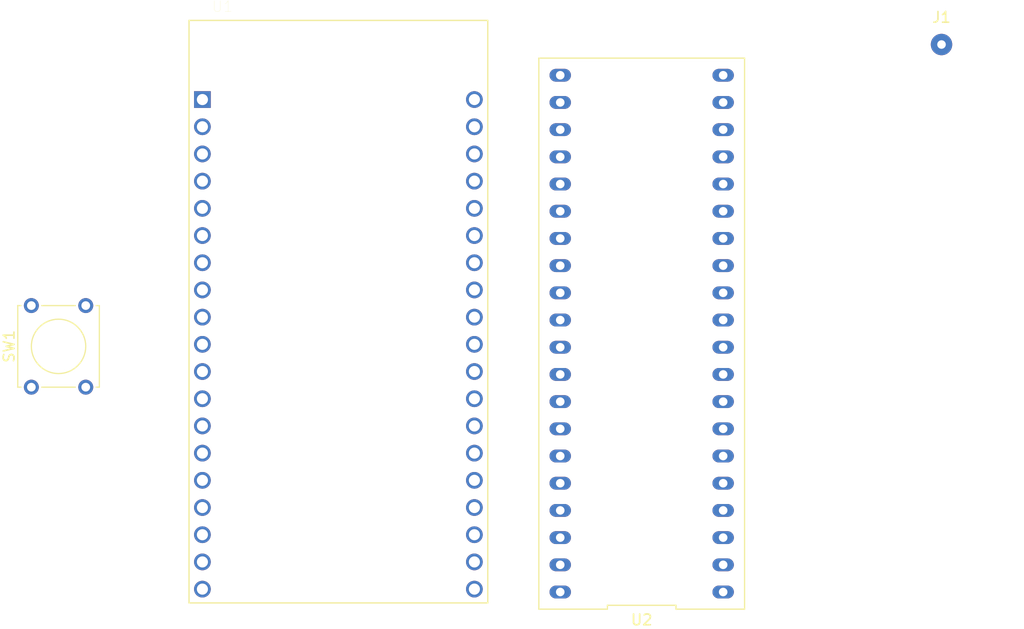
<source format=kicad_pcb>
(kicad_pcb (version 20171130) (host pcbnew "(5.1.5-0-10_14)")

  (general
    (thickness 1.6)
    (drawings 0)
    (tracks 0)
    (zones 0)
    (modules 4)
    (nets 9)
  )

  (page A4)
  (layers
    (0 F.Cu signal)
    (31 B.Cu signal)
    (32 B.Adhes user)
    (33 F.Adhes user)
    (34 B.Paste user)
    (35 F.Paste user)
    (36 B.SilkS user)
    (37 F.SilkS user)
    (38 B.Mask user)
    (39 F.Mask user)
    (40 Dwgs.User user)
    (41 Cmts.User user)
    (42 Eco1.User user)
    (43 Eco2.User user)
    (44 Edge.Cuts user)
    (45 Margin user)
    (46 B.CrtYd user)
    (47 F.CrtYd user)
    (48 B.Fab user)
    (49 F.Fab user)
  )

  (setup
    (last_trace_width 0.25)
    (trace_clearance 0.2)
    (zone_clearance 0.508)
    (zone_45_only no)
    (trace_min 0.2)
    (via_size 0.8)
    (via_drill 0.4)
    (via_min_size 0.4)
    (via_min_drill 0.3)
    (uvia_size 0.3)
    (uvia_drill 0.1)
    (uvias_allowed no)
    (uvia_min_size 0.2)
    (uvia_min_drill 0.1)
    (edge_width 0.05)
    (segment_width 0.2)
    (pcb_text_width 0.3)
    (pcb_text_size 1.5 1.5)
    (mod_edge_width 0.12)
    (mod_text_size 1 1)
    (mod_text_width 0.15)
    (pad_size 1.524 1.524)
    (pad_drill 0.762)
    (pad_to_mask_clearance 0.051)
    (solder_mask_min_width 0.25)
    (aux_axis_origin 0 0)
    (visible_elements FFFFFF7F)
    (pcbplotparams
      (layerselection 0x010fc_ffffffff)
      (usegerberextensions false)
      (usegerberattributes false)
      (usegerberadvancedattributes false)
      (creategerberjobfile false)
      (excludeedgelayer true)
      (linewidth 0.200000)
      (plotframeref false)
      (viasonmask false)
      (mode 1)
      (useauxorigin false)
      (hpglpennumber 1)
      (hpglpenspeed 20)
      (hpglpendiameter 15.000000)
      (psnegative false)
      (psa4output false)
      (plotreference true)
      (plotvalue true)
      (plotinvisibletext false)
      (padsonsilk false)
      (subtractmaskfromsilk false)
      (outputformat 1)
      (mirror false)
      (drillshape 1)
      (scaleselection 1)
      (outputdirectory ""))
  )

  (net 0 "")
  (net 1 SWO)
  (net 2 GND)
  (net 3 DEBUG_AP)
  (net 4 STM32RX_ESP32TX)
  (net 5 STM32TX_ESP32RX)
  (net 6 STM32CTS_ESP32RTS)
  (net 7 STM32RTS_ESP32CTS)
  (net 8 +5V)

  (net_class Default "これはデフォルトのネット クラスです。"
    (clearance 0.2)
    (trace_width 0.25)
    (via_dia 0.8)
    (via_drill 0.4)
    (uvia_dia 0.3)
    (uvia_drill 0.1)
    (add_net +5V)
    (add_net DEBUG_AP)
    (add_net GND)
    (add_net "Net-(U1-Pad1)")
    (add_net "Net-(U1-Pad10)")
    (add_net "Net-(U1-Pad11)")
    (add_net "Net-(U1-Pad12)")
    (add_net "Net-(U1-Pad13)")
    (add_net "Net-(U1-Pad14)")
    (add_net "Net-(U1-Pad15)")
    (add_net "Net-(U1-Pad16)")
    (add_net "Net-(U1-Pad17)")
    (add_net "Net-(U1-Pad18)")
    (add_net "Net-(U1-Pad2)")
    (add_net "Net-(U1-Pad21)")
    (add_net "Net-(U1-Pad22)")
    (add_net "Net-(U1-Pad23)")
    (add_net "Net-(U1-Pad24)")
    (add_net "Net-(U1-Pad25)")
    (add_net "Net-(U1-Pad26)")
    (add_net "Net-(U1-Pad29)")
    (add_net "Net-(U1-Pad3)")
    (add_net "Net-(U1-Pad32)")
    (add_net "Net-(U1-Pad33)")
    (add_net "Net-(U1-Pad34)")
    (add_net "Net-(U1-Pad36)")
    (add_net "Net-(U1-Pad37)")
    (add_net "Net-(U1-Pad38)")
    (add_net "Net-(U1-Pad4)")
    (add_net "Net-(U1-Pad5)")
    (add_net "Net-(U1-Pad6)")
    (add_net "Net-(U1-Pad7)")
    (add_net "Net-(U1-Pad8)")
    (add_net "Net-(U1-Pad9)")
    (add_net "Net-(U2-Pad1)")
    (add_net "Net-(U2-Pad10)")
    (add_net "Net-(U2-Pad12)")
    (add_net "Net-(U2-Pad13)")
    (add_net "Net-(U2-Pad14)")
    (add_net "Net-(U2-Pad15)")
    (add_net "Net-(U2-Pad16)")
    (add_net "Net-(U2-Pad17)")
    (add_net "Net-(U2-Pad2)")
    (add_net "Net-(U2-Pad20)")
    (add_net "Net-(U2-Pad21)")
    (add_net "Net-(U2-Pad22)")
    (add_net "Net-(U2-Pad23)")
    (add_net "Net-(U2-Pad24)")
    (add_net "Net-(U2-Pad25)")
    (add_net "Net-(U2-Pad3)")
    (add_net "Net-(U2-Pad30)")
    (add_net "Net-(U2-Pad31)")
    (add_net "Net-(U2-Pad32)")
    (add_net "Net-(U2-Pad33)")
    (add_net "Net-(U2-Pad34)")
    (add_net "Net-(U2-Pad35)")
    (add_net "Net-(U2-Pad36)")
    (add_net "Net-(U2-Pad37)")
    (add_net "Net-(U2-Pad38)")
    (add_net "Net-(U2-Pad39)")
    (add_net "Net-(U2-Pad4)")
    (add_net "Net-(U2-Pad40)")
    (add_net "Net-(U2-Pad5)")
    (add_net "Net-(U2-Pad6)")
    (add_net "Net-(U2-Pad7)")
    (add_net "Net-(U2-Pad8)")
    (add_net "Net-(U2-Pad9)")
    (add_net STM32CTS_ESP32RTS)
    (add_net STM32RTS_ESP32CTS)
    (add_net STM32RX_ESP32TX)
    (add_net STM32TX_ESP32RX)
    (add_net SWO)
  )

  (module footprint:WeAct-MiniF4 (layer F.Cu) (tedit 5FA7A167) (tstamp 5FA7A903)
    (at 127 114 90)
    (descr https://github.com/WeActTC/MiniF4-STM32F4x1)
    (path /5FA948D1)
    (fp_text reference U2 (at -26.73 0) (layer F.SilkS)
      (effects (font (size 1 1) (thickness 0.15)))
    )
    (fp_text value WeAct-MiniF4 (at 0 0 90) (layer F.Fab)
      (effects (font (size 1 1) (thickness 0.15)))
    )
    (fp_line (start -24.98 8.86) (end -24.98 -8.86) (layer F.CrtYd) (width 0.05))
    (fp_line (start 24.98 8.86) (end -24.98 8.86) (layer F.CrtYd) (width 0.05))
    (fp_line (start 24.98 -8.86) (end 24.98 8.86) (layer F.CrtYd) (width 0.05))
    (fp_line (start -24.98 -8.86) (end 24.98 -8.86) (layer F.CrtYd) (width 0.05))
    (fp_line (start -25.73 3.202499) (end -25.73 9.607499) (layer F.SilkS) (width 0.12))
    (fp_line (start -25.37 3.202499) (end -25.73 3.202499) (layer F.SilkS) (width 0.12))
    (fp_line (start -25.37 -3.2025) (end -25.37 3.202499) (layer F.SilkS) (width 0.12))
    (fp_line (start -25.73 -3.2025) (end -25.37 -3.2025) (layer F.SilkS) (width 0.12))
    (fp_line (start -25.73 -9.6075) (end -25.73 -3.2025) (layer F.SilkS) (width 0.12))
    (fp_line (start 25.73 -9.607499) (end -25.73 -9.6075) (layer F.SilkS) (width 0.12))
    (fp_line (start 25.73 9.6075) (end 25.73 -9.607499) (layer F.SilkS) (width 0.12))
    (fp_line (start -25.73 9.607499) (end 25.73 9.6075) (layer F.SilkS) (width 0.12))
    (pad 20 thru_hole oval (at 24.13 7.6075 90) (size 1.2 2) (drill 0.8) (layers *.Cu *.Mask))
    (pad 21 thru_hole oval (at 24.13 -7.6075 90) (size 1.2 2) (drill 0.8) (layers *.Cu *.Mask))
    (pad 19 thru_hole oval (at 21.59 7.6075 90) (size 1.2 2) (drill 0.8) (layers *.Cu *.Mask)
      (net 2 GND))
    (pad 22 thru_hole oval (at 21.59 -7.6075 90) (size 1.2 2) (drill 0.8) (layers *.Cu *.Mask))
    (pad 18 thru_hole oval (at 19.05 7.6075 90) (size 1.2 2) (drill 0.8) (layers *.Cu *.Mask)
      (net 8 +5V))
    (pad 23 thru_hole oval (at 19.05 -7.6075 90) (size 1.2 2) (drill 0.8) (layers *.Cu *.Mask))
    (pad 17 thru_hole oval (at 16.51 7.6075 90) (size 1.2 2) (drill 0.8) (layers *.Cu *.Mask))
    (pad 24 thru_hole oval (at 16.51 -7.6075 90) (size 1.2 2) (drill 0.8) (layers *.Cu *.Mask))
    (pad 16 thru_hole oval (at 13.97 7.6075 90) (size 1.2 2) (drill 0.8) (layers *.Cu *.Mask))
    (pad 25 thru_hole oval (at 13.97 -7.6075 90) (size 1.2 2) (drill 0.8) (layers *.Cu *.Mask))
    (pad 15 thru_hole oval (at 11.43 7.6075 90) (size 1.2 2) (drill 0.8) (layers *.Cu *.Mask))
    (pad 26 thru_hole oval (at 11.43 -7.6075 90) (size 1.2 2) (drill 0.8) (layers *.Cu *.Mask)
      (net 6 STM32CTS_ESP32RTS))
    (pad 14 thru_hole oval (at 8.89 7.6075 90) (size 1.2 2) (drill 0.8) (layers *.Cu *.Mask))
    (pad 27 thru_hole oval (at 8.89 -7.6075 90) (size 1.2 2) (drill 0.8) (layers *.Cu *.Mask)
      (net 7 STM32RTS_ESP32CTS))
    (pad 13 thru_hole oval (at 6.35 7.6075 90) (size 1.2 2) (drill 0.8) (layers *.Cu *.Mask))
    (pad 28 thru_hole oval (at 6.35 -7.6075 90) (size 1.2 2) (drill 0.8) (layers *.Cu *.Mask)
      (net 5 STM32TX_ESP32RX))
    (pad 12 thru_hole oval (at 3.81 7.6075 90) (size 1.2 2) (drill 0.8) (layers *.Cu *.Mask))
    (pad 29 thru_hole oval (at 3.81 -7.6075 90) (size 1.2 2) (drill 0.8) (layers *.Cu *.Mask)
      (net 4 STM32RX_ESP32TX))
    (pad 11 thru_hole oval (at 1.27 7.6075 90) (size 1.2 2) (drill 0.8) (layers *.Cu *.Mask)
      (net 1 SWO))
    (pad 30 thru_hole oval (at 1.27 -7.6075 90) (size 1.2 2) (drill 0.8) (layers *.Cu *.Mask))
    (pad 10 thru_hole oval (at -1.27 7.6075 90) (size 1.2 2) (drill 0.8) (layers *.Cu *.Mask))
    (pad 31 thru_hole oval (at -1.27 -7.6075 90) (size 1.2 2) (drill 0.8) (layers *.Cu *.Mask))
    (pad 9 thru_hole oval (at -3.81 7.6075 90) (size 1.2 2) (drill 0.8) (layers *.Cu *.Mask))
    (pad 32 thru_hole oval (at -3.81 -7.6075 90) (size 1.2 2) (drill 0.8) (layers *.Cu *.Mask))
    (pad 8 thru_hole oval (at -6.35 7.6075 90) (size 1.2 2) (drill 0.8) (layers *.Cu *.Mask))
    (pad 33 thru_hole oval (at -6.35 -7.6075 90) (size 1.2 2) (drill 0.8) (layers *.Cu *.Mask))
    (pad 7 thru_hole oval (at -8.89 7.6075 90) (size 1.2 2) (drill 0.8) (layers *.Cu *.Mask))
    (pad 34 thru_hole oval (at -8.89 -7.6075 90) (size 1.2 2) (drill 0.8) (layers *.Cu *.Mask))
    (pad 6 thru_hole oval (at -11.43 7.6075 90) (size 1.2 2) (drill 0.8) (layers *.Cu *.Mask))
    (pad 35 thru_hole oval (at -11.43 -7.6075 90) (size 1.2 2) (drill 0.8) (layers *.Cu *.Mask))
    (pad 5 thru_hole oval (at -13.97 7.6075 90) (size 1.2 2) (drill 0.8) (layers *.Cu *.Mask))
    (pad 36 thru_hole oval (at -13.97 -7.6075 90) (size 1.2 2) (drill 0.8) (layers *.Cu *.Mask))
    (pad 4 thru_hole oval (at -16.51 7.6075 90) (size 1.2 2) (drill 0.8) (layers *.Cu *.Mask))
    (pad 37 thru_hole oval (at -16.51 -7.6075 90) (size 1.2 2) (drill 0.8) (layers *.Cu *.Mask))
    (pad 3 thru_hole oval (at -19.05 7.6075 90) (size 1.2 2) (drill 0.8) (layers *.Cu *.Mask))
    (pad 38 thru_hole oval (at -19.05 -7.6075 90) (size 1.2 2) (drill 0.8) (layers *.Cu *.Mask))
    (pad 2 thru_hole oval (at -21.59 7.6075 90) (size 1.2 2) (drill 0.8) (layers *.Cu *.Mask))
    (pad 39 thru_hole oval (at -21.59 -7.6075 90) (size 1.2 2) (drill 0.8) (layers *.Cu *.Mask))
    (pad 1 thru_hole oval (at -24.13 7.6075 90) (size 1.2 2) (drill 0.8) (layers *.Cu *.Mask))
    (pad 40 thru_hole oval (at -24.13 -7.6075 90) (size 1.2 2) (drill 0.8) (layers *.Cu *.Mask))
  )

  (module ESP32-DEVKITC-32D:MODULE_ESP32-DEVKITC-32D (layer F.Cu) (tedit 5FA3ACD8) (tstamp 5FA7A8CB)
    (at 98.675 111.9)
    (path /5FA66333)
    (fp_text reference U1 (at -10.829175 -28.446045) (layer F.SilkS)
      (effects (font (size 1.000386 1.000386) (thickness 0.015)))
    )
    (fp_text value ESP32-DEVKITC-32D (at 1.24136 28.294535) (layer F.Fab)
      (effects (font (size 1.001047 1.001047) (thickness 0.015)))
    )
    (fp_circle (center -14.6 -19.9) (end -14.46 -19.9) (layer F.Fab) (width 0.28))
    (fp_circle (center -14.6 -19.9) (end -14.46 -19.9) (layer F.Fab) (width 0.28))
    (fp_line (start -14.2 27.5) (end -14.2 -27.4) (layer F.CrtYd) (width 0.05))
    (fp_line (start 14.2 27.5) (end -14.2 27.5) (layer F.CrtYd) (width 0.05))
    (fp_line (start 14.2 -27.4) (end 14.2 27.5) (layer F.CrtYd) (width 0.05))
    (fp_line (start -14.2 -27.4) (end 14.2 -27.4) (layer F.CrtYd) (width 0.05))
    (fp_line (start 13.95 27.25) (end -13.95 27.25) (layer F.SilkS) (width 0.127))
    (fp_line (start 13.95 -27.15) (end 13.95 27.25) (layer F.SilkS) (width 0.127))
    (fp_line (start -13.95 -27.15) (end 13.95 -27.15) (layer F.SilkS) (width 0.127))
    (fp_line (start -13.95 27.25) (end -13.95 -27.15) (layer F.SilkS) (width 0.127))
    (fp_line (start -13.95 27.25) (end -13.95 -27.15) (layer F.Fab) (width 0.127))
    (fp_line (start 13.95 27.25) (end -13.95 27.25) (layer F.Fab) (width 0.127))
    (fp_line (start 13.95 -27.15) (end 13.95 27.25) (layer F.Fab) (width 0.127))
    (fp_line (start -13.95 -27.15) (end 13.95 -27.15) (layer F.Fab) (width 0.127))
    (pad 38 thru_hole circle (at 12.7 25.96) (size 1.56 1.56) (drill 1.04) (layers *.Cu *.Mask))
    (pad 37 thru_hole circle (at 12.7 23.42) (size 1.56 1.56) (drill 1.04) (layers *.Cu *.Mask))
    (pad 36 thru_hole circle (at 12.7 20.88) (size 1.56 1.56) (drill 1.04) (layers *.Cu *.Mask))
    (pad 35 thru_hole circle (at 12.7 18.34) (size 1.56 1.56) (drill 1.04) (layers *.Cu *.Mask)
      (net 3 DEBUG_AP))
    (pad 34 thru_hole circle (at 12.7 15.8) (size 1.56 1.56) (drill 1.04) (layers *.Cu *.Mask))
    (pad 33 thru_hole circle (at 12.7 13.26) (size 1.56 1.56) (drill 1.04) (layers *.Cu *.Mask))
    (pad 32 thru_hole circle (at 12.7 10.72) (size 1.56 1.56) (drill 1.04) (layers *.Cu *.Mask))
    (pad 31 thru_hole circle (at 12.7 8.18) (size 1.56 1.56) (drill 1.04) (layers *.Cu *.Mask)
      (net 4 STM32RX_ESP32TX))
    (pad 30 thru_hole circle (at 12.7 5.64) (size 1.56 1.56) (drill 1.04) (layers *.Cu *.Mask)
      (net 5 STM32TX_ESP32RX))
    (pad 29 thru_hole circle (at 12.7 3.1) (size 1.56 1.56) (drill 1.04) (layers *.Cu *.Mask))
    (pad 28 thru_hole circle (at 12.7 0.56) (size 1.56 1.56) (drill 1.04) (layers *.Cu *.Mask)
      (net 6 STM32CTS_ESP32RTS))
    (pad 27 thru_hole circle (at 12.7 -1.98) (size 1.56 1.56) (drill 1.04) (layers *.Cu *.Mask)
      (net 7 STM32RTS_ESP32CTS))
    (pad 26 thru_hole circle (at 12.7 -4.52) (size 1.56 1.56) (drill 1.04) (layers *.Cu *.Mask))
    (pad 25 thru_hole circle (at 12.7 -7.06) (size 1.56 1.56) (drill 1.04) (layers *.Cu *.Mask))
    (pad 24 thru_hole circle (at 12.7 -9.6) (size 1.56 1.56) (drill 1.04) (layers *.Cu *.Mask))
    (pad 23 thru_hole circle (at 12.7 -12.14) (size 1.56 1.56) (drill 1.04) (layers *.Cu *.Mask))
    (pad 22 thru_hole circle (at 12.7 -14.68) (size 1.56 1.56) (drill 1.04) (layers *.Cu *.Mask))
    (pad 21 thru_hole circle (at 12.7 -17.22) (size 1.56 1.56) (drill 1.04) (layers *.Cu *.Mask))
    (pad 20 thru_hole circle (at 12.7 -19.76) (size 1.56 1.56) (drill 1.04) (layers *.Cu *.Mask)
      (net 2 GND))
    (pad 18 thru_hole circle (at -12.7 23.42) (size 1.56 1.56) (drill 1.04) (layers *.Cu *.Mask))
    (pad 17 thru_hole circle (at -12.7 20.88) (size 1.56 1.56) (drill 1.04) (layers *.Cu *.Mask))
    (pad 16 thru_hole circle (at -12.7 18.34) (size 1.56 1.56) (drill 1.04) (layers *.Cu *.Mask))
    (pad 15 thru_hole circle (at -12.7 15.8) (size 1.56 1.56) (drill 1.04) (layers *.Cu *.Mask))
    (pad 14 thru_hole circle (at -12.7 13.26) (size 1.56 1.56) (drill 1.04) (layers *.Cu *.Mask))
    (pad 13 thru_hole circle (at -12.7 10.72) (size 1.56 1.56) (drill 1.04) (layers *.Cu *.Mask))
    (pad 12 thru_hole circle (at -12.7 8.18) (size 1.56 1.56) (drill 1.04) (layers *.Cu *.Mask))
    (pad 11 thru_hole circle (at -12.7 5.64) (size 1.56 1.56) (drill 1.04) (layers *.Cu *.Mask))
    (pad 10 thru_hole circle (at -12.7 3.1) (size 1.56 1.56) (drill 1.04) (layers *.Cu *.Mask))
    (pad 9 thru_hole circle (at -12.7 0.56) (size 1.56 1.56) (drill 1.04) (layers *.Cu *.Mask))
    (pad 8 thru_hole circle (at -12.7 -1.98) (size 1.56 1.56) (drill 1.04) (layers *.Cu *.Mask))
    (pad 7 thru_hole circle (at -12.7 -4.52) (size 1.56 1.56) (drill 1.04) (layers *.Cu *.Mask))
    (pad 6 thru_hole circle (at -12.7 -7.06) (size 1.56 1.56) (drill 1.04) (layers *.Cu *.Mask))
    (pad 5 thru_hole circle (at -12.7 -9.6) (size 1.56 1.56) (drill 1.04) (layers *.Cu *.Mask))
    (pad 4 thru_hole circle (at -12.7 -12.14) (size 1.56 1.56) (drill 1.04) (layers *.Cu *.Mask))
    (pad 3 thru_hole circle (at -12.7 -14.68) (size 1.56 1.56) (drill 1.04) (layers *.Cu *.Mask))
    (pad 19 thru_hole circle (at -12.7 25.96) (size 1.56 1.56) (drill 1.04) (layers *.Cu *.Mask)
      (net 8 +5V))
    (pad 2 thru_hole circle (at -12.7 -17.22) (size 1.56 1.56) (drill 1.04) (layers *.Cu *.Mask))
    (pad 1 thru_hole rect (at -12.7 -19.76) (size 1.56 1.56) (drill 1.04) (layers *.Cu *.Mask))
  )

  (module Button_Switch_THT:SW_Tactile_Straight_KSA0Axx1LFTR (layer F.Cu) (tedit 5A02FE31) (tstamp 5FA7A893)
    (at 70 119 90)
    (descr "SW PUSH SMALL http://www.ckswitches.com/media/1457/ksa_ksl.pdf")
    (tags "SW PUSH SMALL Tactile C&K")
    (path /5FACF4E4)
    (fp_text reference SW1 (at 3.81 -2.08 90) (layer F.SilkS)
      (effects (font (size 1 1) (thickness 0.15)))
    )
    (fp_text value SW_PUSH (at 3.81 7.28 90) (layer F.Fab)
      (effects (font (size 1 1) (thickness 0.15)))
    )
    (fp_circle (center 3.81 2.54) (end 3.81 0) (layer F.SilkS) (width 0.12))
    (fp_line (start 0 6.05) (end 0 6.35) (layer F.SilkS) (width 0.12))
    (fp_line (start 7.62 6.05) (end 7.62 6.35) (layer F.SilkS) (width 0.12))
    (fp_line (start 8.57 6.49) (end -0.95 6.49) (layer F.CrtYd) (width 0.05))
    (fp_line (start 8.57 6.49) (end 8.57 -1.41) (layer F.CrtYd) (width 0.05))
    (fp_line (start -0.95 -1.41) (end -0.95 6.49) (layer F.CrtYd) (width 0.05))
    (fp_line (start -0.95 -1.41) (end 8.57 -1.41) (layer F.CrtYd) (width 0.05))
    (fp_line (start 0 0.97) (end 0 4.11) (layer F.SilkS) (width 0.12))
    (fp_line (start 7.62 0.97) (end 7.62 4.11) (layer F.SilkS) (width 0.12))
    (fp_line (start 0 -1.27) (end 0 -0.97) (layer F.SilkS) (width 0.12))
    (fp_line (start 7.62 6.35) (end 0 6.35) (layer F.SilkS) (width 0.12))
    (fp_line (start 7.62 -1.27) (end 7.62 -0.97) (layer F.SilkS) (width 0.12))
    (fp_line (start 0 -1.27) (end 7.62 -1.27) (layer F.SilkS) (width 0.12))
    (fp_text user %R (at 3.81 2.54 90) (layer F.Fab)
      (effects (font (size 1 1) (thickness 0.15)))
    )
    (fp_line (start 0.11 6.24) (end 0.11 -1.16) (layer F.Fab) (width 0.1))
    (fp_line (start 0.11 -1.16) (end 7.51 -1.16) (layer F.Fab) (width 0.1))
    (fp_line (start 7.51 -1.16) (end 7.51 6.24) (layer F.Fab) (width 0.1))
    (fp_line (start 7.51 6.24) (end 0.11 6.24) (layer F.Fab) (width 0.1))
    (pad 2 thru_hole circle (at 0 5.08 90) (size 1.397 1.397) (drill 0.8128) (layers *.Cu *.Mask)
      (net 2 GND))
    (pad 1 thru_hole circle (at 0 0 90) (size 1.397 1.397) (drill 0.8128) (layers *.Cu *.Mask)
      (net 3 DEBUG_AP))
    (pad 2 thru_hole circle (at 7.62 5.08 90) (size 1.397 1.397) (drill 0.8128) (layers *.Cu *.Mask)
      (net 2 GND))
    (pad 1 thru_hole circle (at 7.62 0 90) (size 1.397 1.397) (drill 0.8128) (layers *.Cu *.Mask)
      (net 3 DEBUG_AP))
    (model ${KISYS3DMOD}/Button_Switch_THT.3dshapes/SW_Tactile_Straight_KSA0Axx1LFTR.wrl
      (at (xyz 0 0 0))
      (scale (xyz 1 1 1))
      (rotate (xyz 0 0 0))
    )
  )

  (module Connector_Wire:SolderWirePad_1x01_Drill0.8mm (layer F.Cu) (tedit 5A2676A0) (tstamp 5FA7AA56)
    (at 155 87)
    (descr "Wire solder connection")
    (tags connector)
    (path /5FAD0F93)
    (attr virtual)
    (fp_text reference J1 (at 0 -2.54) (layer F.SilkS)
      (effects (font (size 1 1) (thickness 0.15)))
    )
    (fp_text value Conn_01x01_Female (at 0 2.54) (layer F.Fab)
      (effects (font (size 1 1) (thickness 0.15)))
    )
    (fp_line (start 1.5 1.5) (end -1.5 1.5) (layer F.CrtYd) (width 0.05))
    (fp_line (start 1.5 1.5) (end 1.5 -1.5) (layer F.CrtYd) (width 0.05))
    (fp_line (start -1.5 -1.5) (end -1.5 1.5) (layer F.CrtYd) (width 0.05))
    (fp_line (start -1.5 -1.5) (end 1.5 -1.5) (layer F.CrtYd) (width 0.05))
    (fp_text user %R (at 0 0) (layer F.Fab)
      (effects (font (size 1 1) (thickness 0.15)))
    )
    (pad 1 thru_hole circle (at 0 0) (size 1.99898 1.99898) (drill 0.8001) (layers *.Cu *.Mask)
      (net 1 SWO))
  )

)

</source>
